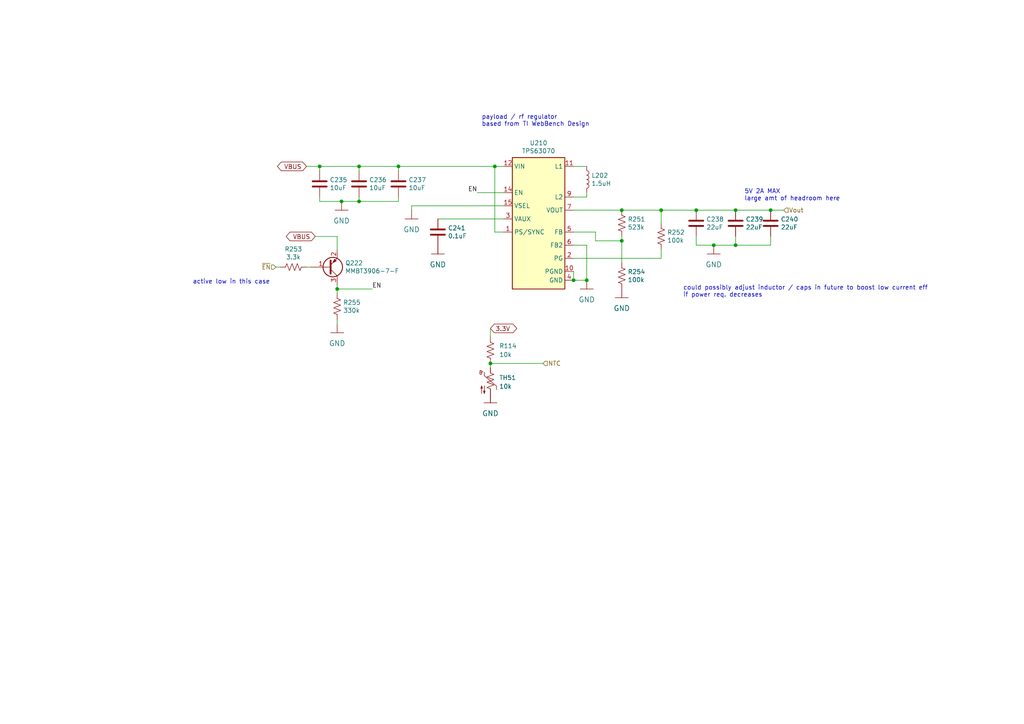
<source format=kicad_sch>
(kicad_sch (version 20230121) (generator eeschema)
  (paper "A4")
  (lib_symbols
    (symbol "Device:C" (pin_numbers hide) (pin_names (offset 0.254))
      (property "Reference" "C" (at 0.635 2.54 0))
      (property "Value" "C" (at 0.635 -2.54 0))
      (symbol "C_0_1"
        (polyline (pts (xy -2.032 -0.762) (xy 2.032 -0.762)) (stroke (width 0.508)))
        (polyline (pts (xy -2.032 0.762) (xy 2.032 0.762)) (stroke (width 0.508)))
      )
      (symbol "C_1_1"
        (pin passive line (at 0 3.81 270) (length 2.794) (name "~") (number "1"))
        (pin passive line (at 0 -3.81 90) (length 2.794) (name "~") (number "2"))
      )
    )
    (symbol "Device:L" (pin_numbers hide) (pin_names (offset 1.016) hide)
      (property "Reference" "L" (at -1.27 0 90))
      (property "Value" "L" (at 1.905 0 90))
      (symbol "L_0_1"
        (arc (start 0 -2.54) (mid 0.6323 -1.905) (end 0 -1.27))
        (arc (start 0 -1.27) (mid 0.6323 -0.635) (end 0 0))
        (arc (start 0 0) (mid 0.6323 0.635) (end 0 1.27))
        (arc (start 0 1.27) (mid 0.6323 1.905) (end 0 2.54))
      )
      (symbol "L_1_1"
        (pin passive line (at 0 3.81 270) (length 1.27) (name "1") (number "1"))
        (pin passive line (at 0 -3.81 90) (length 1.27) (name "2") (number "2"))
      )
    )
    (symbol "Device:R_US" (pin_numbers hide) (pin_names (offset 0))
      (property "Reference" "R" (at 2.54 0 90))
      (property "Value" "R_US" (at -2.54 0 90))
      (symbol "R_US_0_1"
        (polyline (pts (xy 0 -2.286) (xy 0 -2.54)))
        (polyline (pts (xy 0 2.286) (xy 0 2.54)))
        (polyline (pts (xy 0 -0.762) (xy 1.016 -1.143) (xy 0 -1.524) (xy -1.016 -1.905) (xy 0 -2.286)))
        (polyline (pts (xy 0 0.762) (xy 1.016 0.381) (xy 0 0) (xy -1.016 -0.381) (xy 0 -0.762)))
        (polyline (pts (xy 0 2.286) (xy 1.016 1.905) (xy 0 1.524) (xy -1.016 1.143) (xy 0 0.762)))
      )
      (symbol "R_US_1_1"
        (pin passive line (at 0 3.81 270) (length 1.27) (name "~") (number "1"))
        (pin passive line (at 0 -3.81 90) (length 1.27) (name "~") (number "2"))
      )
    )
    (symbol "Device:Thermistor_NTC_US" (pin_numbers hide) (pin_names (offset 0))
      (property "Reference" "TH" (at -4.445 0 90))
      (property "Value" "Thermistor_NTC_US" (at 3.175 0 90))
      (symbol "Thermistor_NTC_US_0_1"
        (arc (start -3.048 2.159) (mid -3.0495 2.3143) (end -3.175 2.413))
        (arc (start -3.048 2.159) (mid -2.9736 1.9794) (end -2.794 1.905))
        (arc (start -3.048 2.794) (mid -2.9736 2.6144) (end -2.794 2.54))
        (arc (start -2.794 1.905) (mid -2.6144 1.9794) (end -2.54 2.159))
        (arc (start -2.794 2.54) (mid -2.4393 2.5587) (end -2.159 2.794))
        (arc (start -2.794 3.048) (mid -2.9736 2.9736) (end -3.048 2.794))
        (arc (start -2.54 2.794) (mid -2.6144 2.9736) (end -2.794 3.048))
        (polyline (pts (xy -2.54 2.159) (xy -2.54 2.794)))
        (polyline (pts (xy 0 -2.286) (xy 0 -2.54)))
        (polyline (pts (xy 0 2.286) (xy 0 2.54)))
        (polyline (pts (xy -1.778 2.54) (xy -1.778 1.524) (xy 1.778 -1.524) (xy 1.778 -2.54)))
        (polyline (pts (xy 0 -0.762) (xy 1.016 -1.143) (xy 0 -1.524) (xy -1.016 -1.905) (xy 0 -2.286)))
        (polyline (pts (xy 0 0.762) (xy 1.016 0.381) (xy 0 0) (xy -1.016 -0.381) (xy 0 -0.762)))
        (polyline (pts (xy 0 2.286) (xy 1.016 1.905) (xy 0 1.524) (xy -1.016 1.143) (xy 0 0.762)))
        (polyline (pts (xy -2.54 -3.683) (xy -2.54 -1.397) (xy -2.794 -2.159) (xy -2.286 -2.159) (xy -2.54 -1.397) (xy -2.54 -1.651)) (fill (type outline)))
        (polyline (pts (xy -1.778 -1.397) (xy -1.778 -3.683) (xy -2.032 -2.921) (xy -1.524 -2.921) (xy -1.778 -3.683) (xy -1.778 -3.429)) (fill (type outline)))
      )
      (symbol "Thermistor_NTC_US_1_1"
        (pin passive line (at 0 3.81 270) (length 1.27) (name "~") (number "1"))
        (pin passive line (at 0 -3.81 90) (length 1.27) (name "~") (number "2"))
      )
    )
    (symbol "mainboard-rescue:Q_PNP_BEC-Device-mainboard-rescue" (pin_names (offset 0) hide)
      (property "Reference" "Q" (at 5.08 1.27 0))
      (property "Value" "Q_PNP_BEC-Device-mainboard-rescue" (at 5.08 -1.27 0))
      (symbol "Q_PNP_BEC-Device-mainboard-rescue_0_1"
        (polyline (pts (xy 0.635 0.635) (xy 2.54 2.54)))
        (polyline (pts (xy 0.635 -0.635) (xy 2.54 -2.54) (xy 2.54 -2.54)))
        (polyline (pts (xy 0.635 1.905) (xy 0.635 -1.905) (xy 0.635 -1.905)) (stroke (width 0.508)))
        (polyline (pts (xy 2.286 -1.778) (xy 1.778 -2.286) (xy 1.27 -1.27) (xy 2.286 -1.778) (xy 2.286 -1.778)) (fill (type outline)))
        (circle (center 1.27 0) (radius 2.8194) (stroke (width 0.254)))
      )
      (symbol "Q_PNP_BEC-Device-mainboard-rescue_1_1"
        (pin input line (at -5.08 0 0) (length 5.715) (name "B") (number "1"))
        (pin passive line (at 2.54 -5.08 90) (length 2.54) (name "E") (number "2"))
        (pin passive line (at 2.54 5.08 270) (length 2.54) (name "C") (number "3"))
      )
    )
    (symbol "mainboard:GND" (power) (pin_names (offset 1.016))
      (property "Value" "GND" (at -2.54 -2.54 0))
      (symbol "GND_1_0"
        (polyline (pts (xy -1.905 0) (xy 1.905 0)))
        (pin power_in line (at 0 2.54 270) (length 2.54) (name "GND") (number "1"))
      )
    )
    (symbol "mainboard_SLI:TPS63070"
      (property "Reference" "U" (at -7.62 13.97 0))
      (property "Value" "TPS63070" (at 2.54 13.97 0))
      (symbol "TPS63070_0_1"
        (rectangle (start -7.62 12.7) (end 7.62 -25.4) (stroke (width 0.254)) (fill (type background)))
      )
      (symbol "TPS63070_1_1"
        (pin input line (at -10.16 -8.89 0) (length 2.54) (name "PS/SYNC") (number "1"))
        (pin power_in line (at 10.16 -20.32 180) (length 2.54) (name "PGND") (number "10"))
        (pin input line (at 10.16 10.16 180) (length 2.54) (name "L1") (number "11"))
        (pin power_in line (at -10.16 10.16 0) (length 2.54) (name "VIN") (number "12"))
        (pin input line (at -10.16 2.54 0) (length 2.54) (name "EN") (number "14"))
        (pin passive line (at -10.16 -1.27 0) (length 2.54) (name "VSEL") (number "15"))
        (pin output line (at 10.16 -16.51 180) (length 2.54) (name "PG") (number "2"))
        (pin passive line (at -10.16 -5.08 0) (length 2.54) (name "VAUX") (number "3"))
        (pin power_in line (at 10.16 -22.86 180) (length 2.54) (name "GND") (number "4"))
        (pin input line (at 10.16 -8.89 180) (length 2.54) (name "FB") (number "5"))
        (pin input line (at 10.16 -12.7 180) (length 2.54) (name "FB2") (number "6"))
        (pin power_out line (at 10.16 -2.54 180) (length 2.54) (name "VOUT") (number "7"))
        (pin input line (at 10.16 1.27 180) (length 2.54) (name "L2") (number "9"))
      )
    )
  )
  (junction (at 223.52 60.96))
  (junction (at 207.01 71.12))
  (junction (at 201.93 60.96))
  (junction (at 180.34 69.85))
  (junction (at 104.14 48.26))
  (junction (at 166.37 81.28))
  (junction (at 191.77 60.96))
  (junction (at 97.79 83.82))
  (junction (at 142.24 105.41))
  (junction (at 213.36 60.96))
  (junction (at 170.18 81.28))
  (junction (at 180.34 60.96))
  (junction (at 213.36 71.12))
  (junction (at 143.51 48.26))
  (junction (at 99.06 58.42))
  (junction (at 92.71 48.26))
  (junction (at 104.14 58.42))
  (junction (at 115.57 48.26))
  (wire (pts (xy 107.95 83.82) (xy 97.79 83.82)))
  (wire (pts (xy 166.37 71.12) (xy 170.18 71.12)))
  (wire (pts (xy 97.79 93.98) (xy 97.79 92.71)))
  (wire (pts (xy 172.72 69.85) (xy 172.72 67.31)))
  (wire (pts (xy 191.77 60.96) (xy 201.93 60.96)))
  (wire (pts (xy 104.14 57.15) (xy 104.14 58.42)))
  (wire (pts (xy 213.36 71.12) (xy 213.36 68.58)))
  (wire (pts (xy 104.14 48.26) (xy 92.71 48.26)))
  (wire (pts (xy 88.9 77.47) (xy 90.17 77.47)))
  (wire (pts (xy 115.57 58.42) (xy 115.57 57.15)))
  (wire (pts (xy 92.71 49.53) (xy 92.71 48.26)))
  (wire (pts (xy 170.18 57.15) (xy 166.37 57.15)))
  (wire (pts (xy 127 63.5) (xy 146.05 63.5)))
  (wire (pts (xy 227.33 60.96) (xy 223.52 60.96)))
  (wire (pts (xy 119.38 59.69) (xy 119.38 60.96)))
  (wire (pts (xy 201.93 60.96) (xy 213.36 60.96)))
  (wire (pts (xy 172.72 67.31) (xy 166.37 67.31)))
  (wire (pts (xy 170.18 71.12) (xy 170.18 81.28)))
  (wire (pts (xy 146.05 48.26) (xy 143.51 48.26)))
  (wire (pts (xy 166.37 81.28) (xy 170.18 81.28)))
  (wire (pts (xy 191.77 60.96) (xy 191.77 64.77)))
  (wire (pts (xy 97.79 83.82) (xy 97.79 82.55)))
  (wire (pts (xy 115.57 48.26) (xy 104.14 48.26)))
  (wire (pts (xy 166.37 60.96) (xy 180.34 60.96)))
  (wire (pts (xy 142.24 95.25) (xy 142.24 97.79)))
  (wire (pts (xy 180.34 69.85) (xy 180.34 76.2)))
  (wire (pts (xy 146.05 67.31) (xy 143.51 67.31)))
  (wire (pts (xy 223.52 71.12) (xy 213.36 71.12)))
  (wire (pts (xy 115.57 48.26) (xy 143.51 48.26)))
  (wire (pts (xy 115.57 49.53) (xy 115.57 48.26)))
  (wire (pts (xy 166.37 78.74) (xy 166.37 81.28)))
  (wire (pts (xy 207.01 71.12) (xy 213.36 71.12)))
  (wire (pts (xy 91.44 68.58) (xy 97.79 68.58)))
  (wire (pts (xy 143.51 48.26) (xy 143.51 67.31)))
  (wire (pts (xy 223.52 71.12) (xy 223.52 68.58)))
  (wire (pts (xy 104.14 58.42) (xy 115.57 58.42)))
  (wire (pts (xy 180.34 68.58) (xy 180.34 69.85)))
  (wire (pts (xy 201.93 68.58) (xy 201.93 71.12)))
  (wire (pts (xy 138.43 55.88) (xy 146.05 55.88)))
  (wire (pts (xy 99.06 58.42) (xy 104.14 58.42)))
  (wire (pts (xy 170.18 55.88) (xy 170.18 57.15)))
  (wire (pts (xy 166.37 74.93) (xy 191.77 74.93)))
  (wire (pts (xy 104.14 49.53) (xy 104.14 48.26)))
  (wire (pts (xy 166.37 48.26) (xy 170.18 48.26)))
  (wire (pts (xy 88.9 48.26) (xy 92.71 48.26)))
  (wire (pts (xy 81.28 77.47) (xy 80.01 77.47)))
  (wire (pts (xy 201.93 71.12) (xy 207.01 71.12)))
  (wire (pts (xy 213.36 60.96) (xy 223.52 60.96)))
  (wire (pts (xy 92.71 57.15) (xy 92.71 58.42)))
  (wire (pts (xy 97.79 83.82) (xy 97.79 85.09)))
  (wire (pts (xy 142.24 105.41) (xy 142.24 106.68)))
  (wire (pts (xy 119.38 59.69) (xy 146.05 59.69)))
  (wire (pts (xy 97.79 68.58) (xy 97.79 72.39)))
  (wire (pts (xy 191.77 72.39) (xy 191.77 74.93)))
  (wire (pts (xy 92.71 58.42) (xy 99.06 58.42)))
  (wire (pts (xy 180.34 69.85) (xy 172.72 69.85)))
  (wire (pts (xy 180.34 60.96) (xy 191.77 60.96)))
  (wire (pts (xy 142.24 105.41) (xy 157.48 105.41)))
  (text "active low in this case" (at 55.88 82.55 0) (effects (font (size 1.27 1.27)) (justify left bottom)))
  (text "payload / rf regulator\nbased from TI WebBench Design" (at 139.7 36.83 0) (effects (font (size 1.27 1.27)) (justify left bottom)))
  (text "5V 2A MAX\nlarge amt of headroom here" (at 215.9 58.42 0) (effects (font (size 1.27 1.27)) (justify left bottom)))
  (text "could possibly adjust inductor / caps in future to boost low current eff\nif power req. decreases" (at 198.12 86.36 0) (effects (font (size 1.27 1.27)) (justify left bottom)))
  (label "EN" (at 107.95 83.82 0))
  (label "EN" (at 138.43 55.88 180))
  (global_label "VBUS" (shape bidirectional) (at 88.9 48.26 180) (property "Intersheetrefs" "${INTERSHEET_REFS}" (effects hide)))
  (global_label "3.3V" (shape bidirectional) (at 142.24 95.25 0) (property "Intersheetrefs" "${INTERSHEET_REFS}" (effects hide)))
  (global_label "VBUS" (shape bidirectional) (at 91.44 68.58 180) (property "Intersheetrefs" "${INTERSHEET_REFS}" (effects hide)))
  (hierarchical_label "Vout" (shape input) (at 227.33 60.96 0))
  (hierarchical_label "NTC" (shape input) (at 157.48 105.41 0))
  (hierarchical_label "~{EN}" (shape input) (at 80.01 77.47 180))
  (symbol (lib_id "mainboard_SLI:TPS63070") (at 156.21 58.42 0) (unit 1)
    (property "Reference" "U210" (at 156.21 41.4782 0))
    (property "Value" "TPS63070" (at 156.21 43.7896 0))
    (property "Footprint" "mainboard-SLI:TPS63070RNMR" (effects hide))
    (instances (project "mainboard" (path "" (reference "U210") (unit 1)) (path "" (reference "U203") (unit 1))))
  )
  (symbol (lib_id "Device:R_US") (at 97.79 88.9 0) (unit 1)
    (property "Reference" "R255" (at 99.5172 87.7316 0) (effects (justify left)))
    (property "Value" "330k" (at 99.5172 90.043 0) (effects (justify left)))
    (property "Footprint" "Resistor_SMD:R_0603_1608Metric" (effects hide))
    (instances (project "mainboard" (path "" (reference "R255") (unit 1)) (path "" (reference "R228") (unit 1))))
  )
  (symbol (lib_id "mainboard:GND") (at 127 73.66 0) (unit 1)
    (property "Reference" "#GND0159" (effects hide))
    (property "Value" "GND" (at 127 76.7334 0) (effects (font (size 1.4986 1.4986))))
    (instances (project "mainboard" (path "" (reference "#GND0159") (unit 1)) (path "" (reference "#GND0118") (unit 1))))
  )
  (symbol (lib_id "Device:C") (at 127 67.31 180) (unit 1)
    (property "Reference" "C241" (at 129.921 66.1416 0) (effects (justify right)))
    (property "Value" "0.1uF" (at 129.921 68.453 0) (effects (justify right)))
    (property "Footprint" "Capacitor_SMD:C_0603_1608Metric" (effects hide))
    (instances (project "mainboard" (path "" (reference "C241") (unit 1)) (path "" (reference "C216") (unit 1))))
  )
  (symbol (lib_id "Device:C") (at 115.57 53.34 0) (unit 1)
    (property "Reference" "C237" (at 118.491 52.1716 0) (effects (justify left)))
    (property "Value" "10uF" (at 118.491 54.483 0) (effects (justify left)))
    (property "Footprint" "Capacitor_SMD:C_0805_2012Metric" (effects hide))
    (instances (project "mainboard" (path "" (reference "C237") (unit 1)) (path "" (reference "C212") (unit 1))))
  )
  (symbol (lib_id "Device:C") (at 104.14 53.34 0) (unit 1)
    (property "Reference" "C236" (at 107.061 52.1716 0) (effects (justify left)))
    (property "Value" "10uF" (at 107.061 54.483 0) (effects (justify left)))
    (property "Footprint" "Capacitor_SMD:C_0805_2012Metric" (effects hide))
    (instances (project "mainboard" (path "" (reference "C236") (unit 1)) (path "" (reference "C211") (unit 1))))
  )
  (symbol (lib_id "Device:C") (at 92.71 53.34 0) (unit 1)
    (property "Reference" "C235" (at 95.631 52.1716 0) (effects (justify left)))
    (property "Value" "10uF" (at 95.631 54.483 0) (effects (justify left)))
    (property "Footprint" "Capacitor_SMD:C_0805_2012Metric" (effects hide))
    (instances (project "mainboard" (path "" (reference "C235") (unit 1)) (path "" (reference "C210") (unit 1))))
  )
  (symbol (lib_id "mainboard:GND") (at 99.06 60.96 0) (unit 1)
    (property "Reference" "#GND0160" (effects hide))
    (property "Value" "GND" (at 99.06 64.0334 0) (effects (font (size 1.4986 1.4986))))
    (instances (project "mainboard" (path "" (reference "#GND0160") (unit 1)) (path "" (reference "#GND0119") (unit 1))))
  )
  (symbol (lib_id "mainboard:GND") (at 119.38 63.5 0) (unit 1)
    (property "Reference" "#GND0161" (effects hide))
    (property "Value" "GND" (at 119.38 66.5734 0) (effects (font (size 1.4986 1.4986))))
    (instances (project "mainboard" (path "" (reference "#GND0161") (unit 1)) (path "" (reference "#GND0125") (unit 1))))
  )
  (symbol (lib_id "Device:L") (at 170.18 52.07 0) (unit 1)
    (property "Reference" "L202" (at 171.5262 50.9016 0) (effects (justify left)))
    (property "Value" "1.5uH" (at 171.5262 53.213 0) (effects (justify left)))
    (property "Footprint" "mainboard-SLI:L_Bourns_SRN8040TA" (effects hide))
    (property "Datasheet" "SRN8040TA-1R5Y" (effects hide))
    (instances (project "mainboard" (path "" (reference "L202") (unit 1)) (path "" (reference "L201") (unit 1))))
  )
  (symbol (lib_id "Device:R_US") (at 180.34 64.77 0) (unit 1)
    (property "Reference" "R251" (at 182.0672 63.6016 0) (effects (justify left)))
    (property "Value" "523k" (at 182.0672 65.913 0) (effects (justify left)))
    (property "Footprint" "Resistor_SMD:R_0603_1608Metric" (effects hide))
    (instances (project "mainboard" (path "" (reference "R251") (unit 1)) (path "" (reference "R224") (unit 1))))
  )
  (symbol (lib_id "Device:R_US") (at 180.34 80.01 0) (unit 1)
    (property "Reference" "R254" (at 182.0672 78.8416 0) (effects (justify left)))
    (property "Value" "100k" (at 182.0672 81.153 0) (effects (justify left)))
    (property "Footprint" "Resistor_SMD:R_0603_1608Metric" (effects hide))
    (instances (project "mainboard" (path "" (reference "R254") (unit 1)) (path "" (reference "R227") (unit 1))))
  )
  (symbol (lib_id "mainboard:GND") (at 180.34 86.36 0) (unit 1)
    (property "Reference" "#GND0162" (effects hide))
    (property "Value" "GND" (at 180.34 89.4334 0) (effects (font (size 1.4986 1.4986))))
    (instances (project "mainboard" (path "" (reference "#GND0162") (unit 1)) (path "" (reference "#GND0128") (unit 1))))
  )
  (symbol (lib_id "mainboard:GND") (at 170.18 83.82 0) (unit 1)
    (property "Reference" "#GND0163" (effects hide))
    (property "Value" "GND" (at 170.18 86.8934 0) (effects (font (size 1.4986 1.4986))))
    (instances (project "mainboard" (path "" (reference "#GND0163") (unit 1)) (path "" (reference "#GND0129") (unit 1))))
  )
  (symbol (lib_id "Device:R_US") (at 191.77 68.58 0) (unit 1)
    (property "Reference" "R252" (at 193.4972 67.4116 0) (effects (justify left)))
    (property "Value" "100k" (at 193.4972 69.723 0) (effects (justify left)))
    (property "Footprint" "Resistor_SMD:R_0603_1608Metric" (effects hide))
    (instances (project "mainboard" (path "" (reference "R252") (unit 1)) (path "" (reference "R225") (unit 1))))
  )
  (symbol (lib_id "Device:C") (at 201.93 64.77 0) (unit 1)
    (property "Reference" "C238" (at 204.851 63.6016 0) (effects (justify left)))
    (property "Value" "22uF" (at 204.851 65.913 0) (effects (justify left)))
    (property "Footprint" "Capacitor_SMD:C_0805_2012Metric" (effects hide))
    (instances (project "mainboard" (path "" (reference "C238") (unit 1)) (path "" (reference "C213") (unit 1))))
  )
  (symbol (lib_id "Device:C") (at 213.36 64.77 0) (unit 1)
    (property "Reference" "C239" (at 216.281 63.6016 0) (effects (justify left)))
    (property "Value" "22uF" (at 216.281 65.913 0) (effects (justify left)))
    (property "Footprint" "Capacitor_SMD:C_0805_2012Metric" (effects hide))
    (instances (project "mainboard" (path "" (reference "C239") (unit 1)) (path "" (reference "C214") (unit 1))))
  )
  (symbol (lib_id "mainboard:GND") (at 207.01 73.66 0) (unit 1)
    (property "Reference" "#GND0164" (effects hide))
    (property "Value" "GND" (at 207.01 76.7334 0) (effects (font (size 1.4986 1.4986))))
    (instances (project "mainboard" (path "" (reference "#GND0164") (unit 1)) (path "" (reference "#GND0130") (unit 1))))
  )
  (symbol (lib_id "Device:C") (at 223.52 64.77 0) (unit 1)
    (property "Reference" "C240" (at 226.441 63.6016 0) (effects (justify left)))
    (property "Value" "22uF" (at 226.441 65.913 0) (effects (justify left)))
    (property "Footprint" "Capacitor_SMD:C_0805_2012Metric" (effects hide))
    (instances (project "mainboard" (path "" (reference "C240") (unit 1)) (path "" (reference "C215") (unit 1))))
  )
  (symbol (lib_id "mainboard-rescue:Q_PNP_BEC-Device-mainboard-rescue") (at 95.25 77.47 0) (mirror x) (unit 1)
    (property "Reference" "Q222" (at 100.1014 76.3016 0) (effects (justify left)))
    (property "Value" "MMBT3906-7-F" (at 100.1014 78.613 0) (effects (justify left)))
    (property "Footprint" "Package_TO_SOT_SMD:SOT-23" (effects hide))
    (property "Datasheet" "MMBT3906-7-F" (effects hide))
    (instances (project "mainboard" (path "" (reference "Q222") (unit 1)) (path "" (reference "Q215") (unit 1))))
  )
  (symbol (lib_id "mainboard:GND") (at 97.79 96.52 0) (unit 1)
    (property "Reference" "#GND0165" (effects hide))
    (property "Value" "GND" (at 97.79 99.5934 0) (effects (font (size 1.4986 1.4986))))
    (instances (project "mainboard" (path "" (reference "#GND0165") (unit 1)) (path "" (reference "#GND0131") (unit 1))))
  )
  (symbol (lib_id "Device:R_US") (at 85.09 77.47 270) (unit 1)
    (property "Reference" "R253" (at 85.09 72.263 90))
    (property "Value" "3.3k" (at 85.09 74.5744 90))
    (property "Footprint" "Resistor_SMD:R_0603_1608Metric" (effects hide))
    (instances (project "mainboard" (path "" (reference "R253") (unit 1)) (path "" (reference "R226") (unit 1))))
  )
  (symbol (lib_id "Device:Thermistor_NTC_US") (at 142.24 110.49 0) (unit 1)
    (property "Reference" "TH51" (at 144.78 109.5374 0) (effects (justify left)))
    (property "Value" "10k" (at 144.78 112.0774 0) (effects (justify left)))
    (property "Footprint" "Resistor_SMD:R_0603_1608Metric" (effects hide))
    (instances (project "mainboard" (path "" (reference "TH51") (unit 1)) (path "" (reference "TH52") (unit 1))))
  )
  (symbol (lib_id "Device:R_US") (at 142.24 101.6 0) (unit 1)
    (property "Reference" "R114" (at 144.78 100.3299 0) (effects (justify left)))
    (property "Value" "10k" (at 144.78 102.8699 0) (effects (justify left)))
    (property "Footprint" "Resistor_SMD:R_0603_1608Metric" (effects hide))
    (instances (project "mainboard" (path "" (reference "R114") (unit 1)) (path "" (reference "R115") (unit 1))))
  )
  (symbol (lib_id "mainboard:GND") (at 142.24 116.84 0) (unit 1)
    (property "Reference" "#GND0117" (effects hide))
    (property "Value" "GND" (at 142.24 119.9134 0) (effects (font (size 1.4986 1.4986))))
    (instances (project "mainboard" (path "" (reference "#GND0117") (unit 1)) (path "" (reference "#GND0122") (unit 1))))
  )
)
</source>
